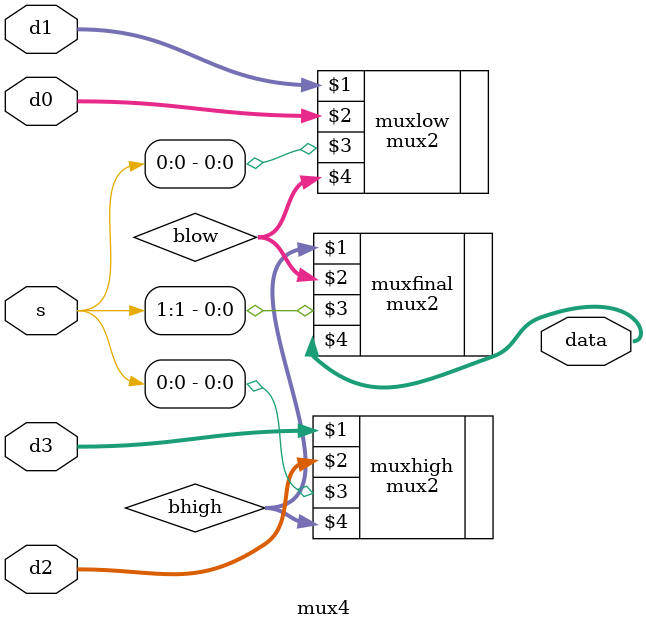
<source format=v>
`timescale 1ns/1ps

module mux4 #(parameter N=4) ( input [N-1:0] d0, d1, d2, d3,
	     input [1:0]  s,
	     output [N-1:0] data);

   wire [N-1:0] 		  bhigh, blow;

   mux2 #(N) muxhigh(d3, d2, s[0], bhigh);
   mux2 #(N) muxlow( d1, d0, s[0], blow);
   mux2 #(N) muxfinal(bhigh, blow, s[1], data);
endmodule // mux4

</source>
